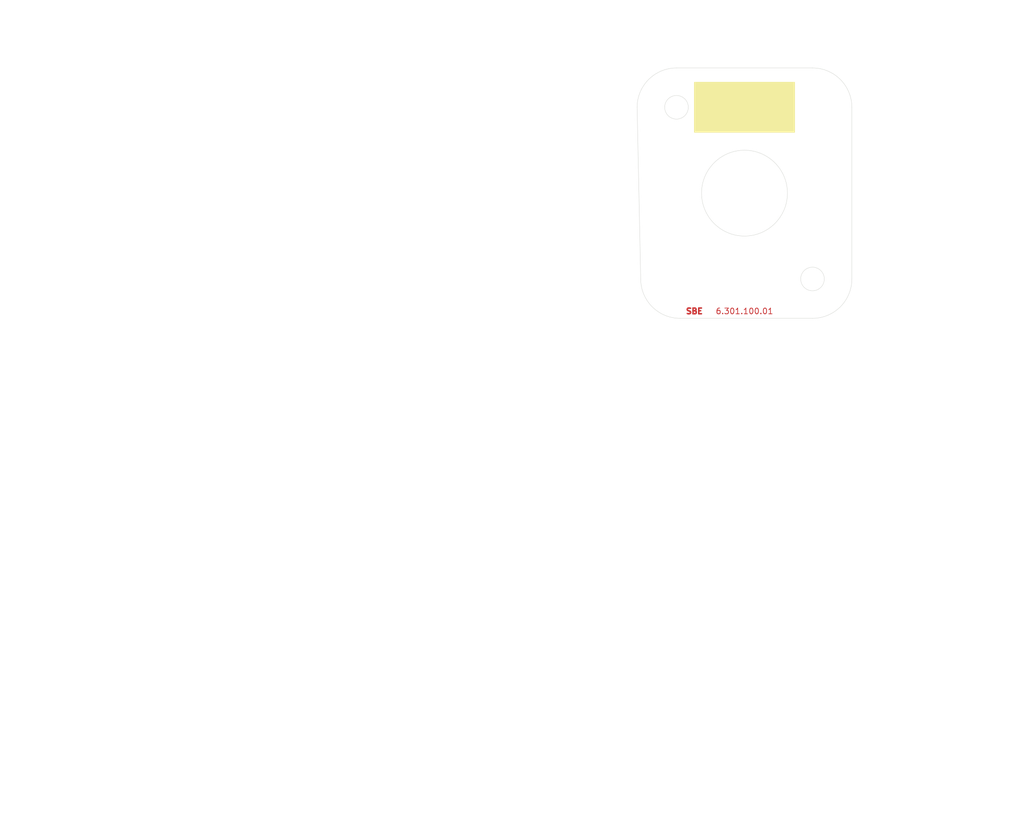
<source format=kicad_pcb>
(kicad_pcb (version 20171130) (host pcbnew "(5.1.5)-3")

  (general
    (thickness 1.6)
    (drawings 35)
    (tracks 0)
    (zones 0)
    (modules 0)
    (nets 1)
  )

  (page A4)
  (title_block
    (title "Banana Jack to D-Type mounting panel")
    (date 2020-07-01)
    (rev 01)
    (company SBE)
    (comment 1 "Simon Burkhardt")
  )

  (layers
    (0 F.Cu signal)
    (31 B.Cu signal)
    (32 B.Adhes user)
    (33 F.Adhes user)
    (34 B.Paste user)
    (35 F.Paste user)
    (36 B.SilkS user)
    (37 F.SilkS user)
    (38 B.Mask user)
    (39 F.Mask user)
    (40 Dwgs.User user)
    (41 Cmts.User user)
    (42 Eco1.User user)
    (43 Eco2.User user)
    (44 Edge.Cuts user)
    (45 Margin user)
    (46 B.CrtYd user)
    (47 F.CrtYd user)
    (48 B.Fab user)
    (49 F.Fab user)
  )

  (setup
    (last_trace_width 0.25)
    (trace_clearance 0.2)
    (zone_clearance 0.508)
    (zone_45_only no)
    (trace_min 0.2)
    (via_size 0.8)
    (via_drill 0.4)
    (via_min_size 0.4)
    (via_min_drill 0.3)
    (uvia_size 0.3)
    (uvia_drill 0.1)
    (uvias_allowed no)
    (uvia_min_size 0.2)
    (uvia_min_drill 0.1)
    (edge_width 0.05)
    (segment_width 0.2)
    (pcb_text_width 0.3)
    (pcb_text_size 1.5 1.5)
    (mod_edge_width 0.12)
    (mod_text_size 1 1)
    (mod_text_width 0.15)
    (pad_size 1.524 1.524)
    (pad_drill 0.762)
    (pad_to_mask_clearance 0.051)
    (solder_mask_min_width 0.25)
    (aux_axis_origin 0 0)
    (visible_elements 7FFFFFFF)
    (pcbplotparams
      (layerselection 0x010fc_ffffffff)
      (usegerberextensions false)
      (usegerberattributes false)
      (usegerberadvancedattributes false)
      (creategerberjobfile false)
      (excludeedgelayer true)
      (linewidth 0.100000)
      (plotframeref false)
      (viasonmask false)
      (mode 1)
      (useauxorigin false)
      (hpglpennumber 1)
      (hpglpenspeed 20)
      (hpglpendiameter 15.000000)
      (psnegative false)
      (psa4output false)
      (plotreference true)
      (plotvalue true)
      (plotinvisibletext false)
      (padsonsilk false)
      (subtractmaskfromsilk false)
      (outputformat 1)
      (mirror false)
      (drillshape 1)
      (scaleselection 1)
      (outputdirectory ""))
  )

  (net 0 "")

  (net_class Default "This is the default net class."
    (clearance 0.2)
    (trace_width 0.25)
    (via_dia 0.8)
    (via_drill 0.4)
    (uvia_dia 0.3)
    (uvia_drill 0.1)
  )

  (gr_text "1U Rack" (at 198.2 99.8 270) (layer Dwgs.User)
    (effects (font (size 1 1) (thickness 0.15)))
  )
  (dimension 12 (width 0.15) (layer Dwgs.User)
    (gr_text "12.000 mm" (at 138.7 100 270) (layer Dwgs.User)
      (effects (font (size 1 1) (thickness 0.15)))
    )
    (feature1 (pts (xy 160 106) (xy 139.413579 106)))
    (feature2 (pts (xy 160 94) (xy 139.413579 94)))
    (crossbar (pts (xy 140 94) (xy 140 106)))
    (arrow1a (pts (xy 140 106) (xy 139.413579 104.873496)))
    (arrow1b (pts (xy 140 106) (xy 140.586421 104.873496)))
    (arrow2a (pts (xy 140 94) (xy 139.413579 95.126504)))
    (arrow2b (pts (xy 140 94) (xy 140.586421 95.126504)))
  )
  (gr_text SBE (at 153 116.5) (layer F.Cu) (tstamp 5EEC5636)
    (effects (font (size 0.8 0.8) (thickness 0.2)))
  )
  (gr_text 6.301.100.01 (at 160 116.5) (layer F.Cu)
    (effects (font (size 0.8 0.8) (thickness 0.1)))
  )
  (gr_poly (pts (xy 167 91.5) (xy 153 91.5) (xy 153 84.5) (xy 167 84.5)) (layer F.SilkS) (width 0.1) (tstamp 5EEC556E))
  (gr_circle (center 160 100) (end 166 100) (layer Edge.Cuts) (width 0.05))
  (gr_text http://www.caltestelectronics.com/images/attachments/CT2238_drawing.pdf (at 85.5 186.5) (layer Dwgs.User)
    (effects (font (size 1 1) (thickness 0.15)))
  )
  (gr_text "https://adamhall.s3.amazonaws.com/media/MARKEN/AH19PARTS/872213/872213_AH_19PARTS_Technische_Zeichnung_EN_DE_FR_ES.PDF\n" (at 108.5 184) (layer Dwgs.User)
    (effects (font (size 1 1) (thickness 0.15)))
  )
  (dimension 44.5 (width 0.15) (layer Dwgs.User) (tstamp 5EEC54CB)
    (gr_text "44.500 mm" (at 196.3 99.75 270) (layer Dwgs.User) (tstamp 5EEC54CB)
      (effects (font (size 1 1) (thickness 0.15)))
    )
    (feature1 (pts (xy 179 122) (xy 195.586421 122)))
    (feature2 (pts (xy 179 77.5) (xy 195.586421 77.5)))
    (crossbar (pts (xy 195 77.5) (xy 195 122)))
    (arrow1a (pts (xy 195 122) (xy 194.413579 120.873496)))
    (arrow1b (pts (xy 195 122) (xy 195.586421 120.873496)))
    (arrow2a (pts (xy 195 77.5) (xy 194.413579 78.626504)))
    (arrow2b (pts (xy 195 77.5) (xy 195.586421 78.626504)))
  )
  (dimension 30 (width 0.15) (layer Dwgs.User) (tstamp 5EEC5572)
    (gr_text "30.000 mm" (at 160 73.7) (layer Dwgs.User) (tstamp 5EEC5572)
      (effects (font (size 1 1) (thickness 0.15)))
    )
    (feature1 (pts (xy 175 88.5) (xy 175 74.413579)))
    (feature2 (pts (xy 145 88.5) (xy 145 74.413579)))
    (crossbar (pts (xy 145 75) (xy 175 75)))
    (arrow1a (pts (xy 175 75) (xy 173.873496 75.586421)))
    (arrow1b (pts (xy 175 75) (xy 173.873496 74.413579)))
    (arrow2a (pts (xy 145 75) (xy 146.126504 75.586421)))
    (arrow2b (pts (xy 145 75) (xy 146.126504 74.413579)))
  )
  (dimension 35 (width 0.15) (layer Dwgs.User)
    (gr_text "35.000 mm" (at 186.3 100 270) (layer Dwgs.User)
      (effects (font (size 1 1) (thickness 0.15)))
    )
    (feature1 (pts (xy 168 117.5) (xy 185.586421 117.5)))
    (feature2 (pts (xy 168 82.5) (xy 185.586421 82.5)))
    (crossbar (pts (xy 185 82.5) (xy 185 117.5)))
    (arrow1a (pts (xy 185 117.5) (xy 184.413579 116.373496)))
    (arrow1b (pts (xy 185 117.5) (xy 185.586421 116.373496)))
    (arrow2a (pts (xy 185 82.5) (xy 184.413579 83.626504)))
    (arrow2b (pts (xy 185 82.5) (xy 185.586421 83.626504)))
  )
  (gr_line (start 145.5 112) (end 145 88) (layer Edge.Cuts) (width 0.05) (tstamp 5EEC5474))
  (gr_line (start 169.5 117.5) (end 151 117.5) (layer Edge.Cuts) (width 0.05) (tstamp 5EEC5472))
  (gr_line (start 175 88) (end 175 112) (layer Edge.Cuts) (width 0.05) (tstamp 5EEC546E))
  (gr_line (start 150.5 82.5) (end 169.5 82.5) (layer Edge.Cuts) (width 0.05) (tstamp 5EEC546A))
  (gr_arc (start 151 112) (end 145.5 112) (angle -90) (layer Edge.Cuts) (width 0.05) (tstamp 5EEC544C))
  (gr_arc (start 169.5 88) (end 175 88) (angle -90) (layer Edge.Cuts) (width 0.05) (tstamp 5EEC544C))
  (gr_arc (start 169.5 112) (end 169.5 117.5) (angle -90) (layer Edge.Cuts) (width 0.05) (tstamp 5EEC544C))
  (gr_arc (start 150.5 88) (end 150.5 82.5) (angle -90) (layer Edge.Cuts) (width 0.05))
  (gr_circle (center 169.5 112) (end 171.15 112) (layer Edge.Cuts) (width 0.05) (tstamp 5EEC540A))
  (gr_circle (center 150.5 88) (end 152.15 88) (layer Edge.Cuts) (width 0.05) (tstamp 5EEC5404))
  (dimension 3.2 (width 0.15) (layer Dwgs.User)
    (gr_text "3.200 mm" (at 138.7 88 270) (layer Dwgs.User)
      (effects (font (size 1 1) (thickness 0.15)))
    )
    (feature1 (pts (xy 150.5 89.6) (xy 139.413579 89.6)))
    (feature2 (pts (xy 150.5 86.4) (xy 139.413579 86.4)))
    (crossbar (pts (xy 140 86.4) (xy 140 89.6)))
    (arrow1a (pts (xy 140 89.6) (xy 139.413579 88.473496)))
    (arrow1b (pts (xy 140 89.6) (xy 140.586421 88.473496)))
    (arrow2a (pts (xy 140 86.4) (xy 139.413579 87.526504)))
    (arrow2b (pts (xy 140 86.4) (xy 140.586421 87.526504)))
  )
  (dimension 24 (width 0.15) (layer Dwgs.User)
    (gr_text "24.000 mm" (at 180.3 100 270) (layer Dwgs.User)
      (effects (font (size 1 1) (thickness 0.15)))
    )
    (feature1 (pts (xy 160 112) (xy 179.586421 112)))
    (feature2 (pts (xy 160 88) (xy 179.586421 88)))
    (crossbar (pts (xy 179 88) (xy 179 112)))
    (arrow1a (pts (xy 179 112) (xy 178.413579 110.873496)))
    (arrow1b (pts (xy 179 112) (xy 179.586421 110.873496)))
    (arrow2a (pts (xy 179 88) (xy 178.413579 89.126504)))
    (arrow2b (pts (xy 179 88) (xy 179.586421 89.126504)))
  )
  (dimension 19 (width 0.15) (layer Dwgs.User) (tstamp 5EEC5569)
    (gr_text "19.000 mm" (at 160 79.2) (layer Dwgs.User) (tstamp 5EEC5569)
      (effects (font (size 1 1) (thickness 0.15)))
    )
    (feature1 (pts (xy 169.5 86) (xy 169.5 79.913579)))
    (feature2 (pts (xy 150.5 86) (xy 150.5 79.913579)))
    (crossbar (pts (xy 150.5 80.5) (xy 169.5 80.5)))
    (arrow1a (pts (xy 169.5 80.5) (xy 168.373496 81.086421)))
    (arrow1b (pts (xy 169.5 80.5) (xy 168.373496 79.913579)))
    (arrow2a (pts (xy 150.5 80.5) (xy 151.626504 81.086421)))
    (arrow2b (pts (xy 150.5 80.5) (xy 151.626504 79.913579)))
  )
  (gr_circle (center 169.5 112) (end 171.1 112) (layer Dwgs.User) (width 0.15) (tstamp 5EEC532B))
  (gr_circle (center 150.5 88) (end 152.1 88) (layer Dwgs.User) (width 0.15))
  (gr_line (start 169.5 114) (end 169.5 85) (layer Dwgs.User) (width 0.15))
  (gr_line (start 150.5 86) (end 150.5 90) (layer Dwgs.User) (width 0.15))
  (gr_line (start 148.5 88) (end 152.5 88) (layer Dwgs.User) (width 0.15))
  (gr_line (start 171.5 112) (end 167.5 112) (layer Dwgs.User) (width 0.15))
  (gr_line (start 160 100) (end 145 100) (layer Dwgs.User) (width 0.15))
  (gr_line (start 160 100) (end 175 100) (layer Dwgs.User) (width 0.15))
  (gr_line (start 160 100) (end 160 115) (layer Dwgs.User) (width 0.15))
  (gr_line (start 160 100) (end 160 85) (layer Dwgs.User) (width 0.15) (tstamp 5EEC5577))
  (gr_circle (center 160 100) (end 172 100) (layer Dwgs.User) (width 0.15))

)

</source>
